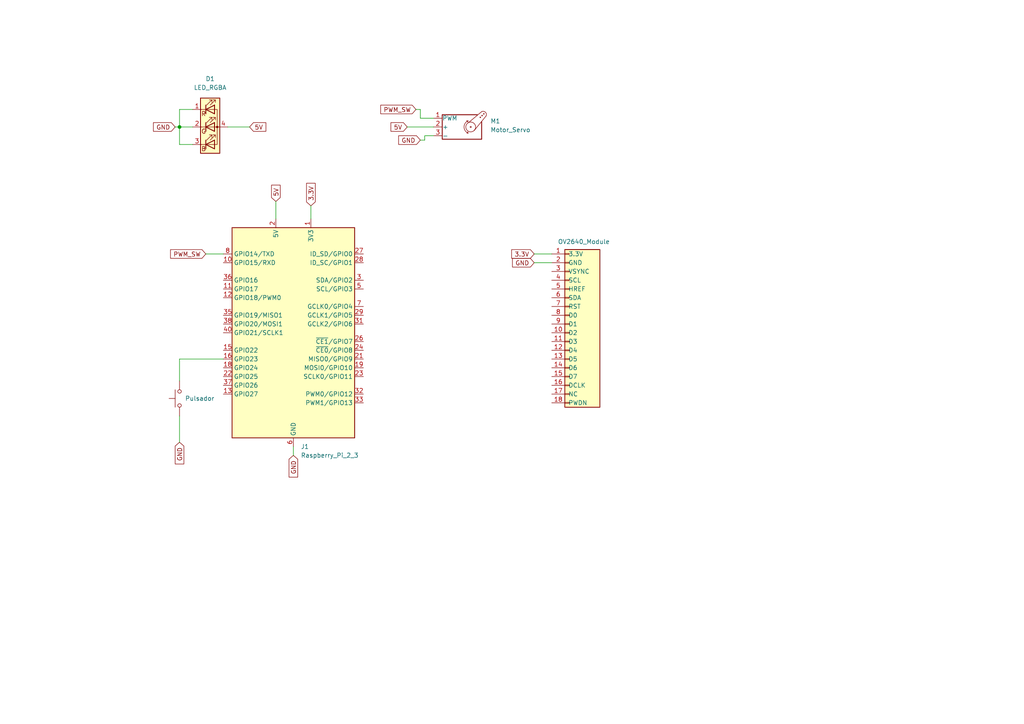
<source format=kicad_sch>
(kicad_sch
	(version 20250114)
	(generator "eeschema")
	(generator_version "9.0")
	(uuid "f517cd00-66fb-43a4-9808-843a5c91a430")
	(paper "A4")
	(lib_symbols
		(symbol "Connector:Raspberry_Pi_2_3"
			(exclude_from_sim no)
			(in_bom yes)
			(on_board yes)
			(property "Reference" "J"
				(at -17.78 31.75 0)
				(effects
					(font
						(size 1.27 1.27)
					)
					(justify left bottom)
				)
			)
			(property "Value" "Raspberry_Pi_2_3"
				(at 10.16 -31.75 0)
				(effects
					(font
						(size 1.27 1.27)
					)
					(justify left top)
				)
			)
			(property "Footprint" ""
				(at 0 0 0)
				(effects
					(font
						(size 1.27 1.27)
					)
					(hide yes)
				)
			)
			(property "Datasheet" "https://www.raspberrypi.org/documentation/hardware/raspberrypi/schematics/rpi_SCH_3bplus_1p0_reduced.pdf"
				(at 60.96 -44.45 0)
				(effects
					(font
						(size 1.27 1.27)
					)
					(hide yes)
				)
			)
			(property "Description" "expansion header for Raspberry Pi 2 & 3"
				(at 0 0 0)
				(effects
					(font
						(size 1.27 1.27)
					)
					(hide yes)
				)
			)
			(property "ki_keywords" "raspberrypi gpio"
				(at 0 0 0)
				(effects
					(font
						(size 1.27 1.27)
					)
					(hide yes)
				)
			)
			(property "ki_fp_filters" "PinHeader*2x20*P2.54mm*Vertical* PinSocket*2x20*P2.54mm*Vertical*"
				(at 0 0 0)
				(effects
					(font
						(size 1.27 1.27)
					)
					(hide yes)
				)
			)
			(symbol "Raspberry_Pi_2_3_0_1"
				(rectangle
					(start -17.78 30.48)
					(end 17.78 -30.48)
					(stroke
						(width 0.254)
						(type default)
					)
					(fill
						(type background)
					)
				)
			)
			(symbol "Raspberry_Pi_2_3_1_1"
				(pin bidirectional line
					(at -20.32 22.86 0)
					(length 2.54)
					(name "GPIO14/TXD"
						(effects
							(font
								(size 1.27 1.27)
							)
						)
					)
					(number "8"
						(effects
							(font
								(size 1.27 1.27)
							)
						)
					)
				)
				(pin bidirectional line
					(at -20.32 20.32 0)
					(length 2.54)
					(name "GPIO15/RXD"
						(effects
							(font
								(size 1.27 1.27)
							)
						)
					)
					(number "10"
						(effects
							(font
								(size 1.27 1.27)
							)
						)
					)
				)
				(pin bidirectional line
					(at -20.32 15.24 0)
					(length 2.54)
					(name "GPIO16"
						(effects
							(font
								(size 1.27 1.27)
							)
						)
					)
					(number "36"
						(effects
							(font
								(size 1.27 1.27)
							)
						)
					)
				)
				(pin bidirectional line
					(at -20.32 12.7 0)
					(length 2.54)
					(name "GPIO17"
						(effects
							(font
								(size 1.27 1.27)
							)
						)
					)
					(number "11"
						(effects
							(font
								(size 1.27 1.27)
							)
						)
					)
				)
				(pin bidirectional line
					(at -20.32 10.16 0)
					(length 2.54)
					(name "GPIO18/PWM0"
						(effects
							(font
								(size 1.27 1.27)
							)
						)
					)
					(number "12"
						(effects
							(font
								(size 1.27 1.27)
							)
						)
					)
				)
				(pin bidirectional line
					(at -20.32 5.08 0)
					(length 2.54)
					(name "GPIO19/MISO1"
						(effects
							(font
								(size 1.27 1.27)
							)
						)
					)
					(number "35"
						(effects
							(font
								(size 1.27 1.27)
							)
						)
					)
				)
				(pin bidirectional line
					(at -20.32 2.54 0)
					(length 2.54)
					(name "GPIO20/MOSI1"
						(effects
							(font
								(size 1.27 1.27)
							)
						)
					)
					(number "38"
						(effects
							(font
								(size 1.27 1.27)
							)
						)
					)
				)
				(pin bidirectional line
					(at -20.32 0 0)
					(length 2.54)
					(name "GPIO21/SCLK1"
						(effects
							(font
								(size 1.27 1.27)
							)
						)
					)
					(number "40"
						(effects
							(font
								(size 1.27 1.27)
							)
						)
					)
				)
				(pin bidirectional line
					(at -20.32 -5.08 0)
					(length 2.54)
					(name "GPIO22"
						(effects
							(font
								(size 1.27 1.27)
							)
						)
					)
					(number "15"
						(effects
							(font
								(size 1.27 1.27)
							)
						)
					)
				)
				(pin bidirectional line
					(at -20.32 -7.62 0)
					(length 2.54)
					(name "GPIO23"
						(effects
							(font
								(size 1.27 1.27)
							)
						)
					)
					(number "16"
						(effects
							(font
								(size 1.27 1.27)
							)
						)
					)
				)
				(pin bidirectional line
					(at -20.32 -10.16 0)
					(length 2.54)
					(name "GPIO24"
						(effects
							(font
								(size 1.27 1.27)
							)
						)
					)
					(number "18"
						(effects
							(font
								(size 1.27 1.27)
							)
						)
					)
				)
				(pin bidirectional line
					(at -20.32 -12.7 0)
					(length 2.54)
					(name "GPIO25"
						(effects
							(font
								(size 1.27 1.27)
							)
						)
					)
					(number "22"
						(effects
							(font
								(size 1.27 1.27)
							)
						)
					)
				)
				(pin bidirectional line
					(at -20.32 -15.24 0)
					(length 2.54)
					(name "GPIO26"
						(effects
							(font
								(size 1.27 1.27)
							)
						)
					)
					(number "37"
						(effects
							(font
								(size 1.27 1.27)
							)
						)
					)
				)
				(pin bidirectional line
					(at -20.32 -17.78 0)
					(length 2.54)
					(name "GPIO27"
						(effects
							(font
								(size 1.27 1.27)
							)
						)
					)
					(number "13"
						(effects
							(font
								(size 1.27 1.27)
							)
						)
					)
				)
				(pin power_in line
					(at -5.08 33.02 270)
					(length 2.54)
					(name "5V"
						(effects
							(font
								(size 1.27 1.27)
							)
						)
					)
					(number "2"
						(effects
							(font
								(size 1.27 1.27)
							)
						)
					)
				)
				(pin passive line
					(at -5.08 33.02 270)
					(length 2.54)
					(hide yes)
					(name "5V"
						(effects
							(font
								(size 1.27 1.27)
							)
						)
					)
					(number "4"
						(effects
							(font
								(size 1.27 1.27)
							)
						)
					)
				)
				(pin passive line
					(at 0 -33.02 90)
					(length 2.54)
					(hide yes)
					(name "GND"
						(effects
							(font
								(size 1.27 1.27)
							)
						)
					)
					(number "14"
						(effects
							(font
								(size 1.27 1.27)
							)
						)
					)
				)
				(pin passive line
					(at 0 -33.02 90)
					(length 2.54)
					(hide yes)
					(name "GND"
						(effects
							(font
								(size 1.27 1.27)
							)
						)
					)
					(number "20"
						(effects
							(font
								(size 1.27 1.27)
							)
						)
					)
				)
				(pin passive line
					(at 0 -33.02 90)
					(length 2.54)
					(hide yes)
					(name "GND"
						(effects
							(font
								(size 1.27 1.27)
							)
						)
					)
					(number "25"
						(effects
							(font
								(size 1.27 1.27)
							)
						)
					)
				)
				(pin passive line
					(at 0 -33.02 90)
					(length 2.54)
					(hide yes)
					(name "GND"
						(effects
							(font
								(size 1.27 1.27)
							)
						)
					)
					(number "30"
						(effects
							(font
								(size 1.27 1.27)
							)
						)
					)
				)
				(pin passive line
					(at 0 -33.02 90)
					(length 2.54)
					(hide yes)
					(name "GND"
						(effects
							(font
								(size 1.27 1.27)
							)
						)
					)
					(number "34"
						(effects
							(font
								(size 1.27 1.27)
							)
						)
					)
				)
				(pin passive line
					(at 0 -33.02 90)
					(length 2.54)
					(hide yes)
					(name "GND"
						(effects
							(font
								(size 1.27 1.27)
							)
						)
					)
					(number "39"
						(effects
							(font
								(size 1.27 1.27)
							)
						)
					)
				)
				(pin power_in line
					(at 0 -33.02 90)
					(length 2.54)
					(name "GND"
						(effects
							(font
								(size 1.27 1.27)
							)
						)
					)
					(number "6"
						(effects
							(font
								(size 1.27 1.27)
							)
						)
					)
				)
				(pin passive line
					(at 0 -33.02 90)
					(length 2.54)
					(hide yes)
					(name "GND"
						(effects
							(font
								(size 1.27 1.27)
							)
						)
					)
					(number "9"
						(effects
							(font
								(size 1.27 1.27)
							)
						)
					)
				)
				(pin power_in line
					(at 5.08 33.02 270)
					(length 2.54)
					(name "3V3"
						(effects
							(font
								(size 1.27 1.27)
							)
						)
					)
					(number "1"
						(effects
							(font
								(size 1.27 1.27)
							)
						)
					)
				)
				(pin passive line
					(at 5.08 33.02 270)
					(length 2.54)
					(hide yes)
					(name "3V3"
						(effects
							(font
								(size 1.27 1.27)
							)
						)
					)
					(number "17"
						(effects
							(font
								(size 1.27 1.27)
							)
						)
					)
				)
				(pin bidirectional line
					(at 20.32 22.86 180)
					(length 2.54)
					(name "ID_SD/GPIO0"
						(effects
							(font
								(size 1.27 1.27)
							)
						)
					)
					(number "27"
						(effects
							(font
								(size 1.27 1.27)
							)
						)
					)
				)
				(pin bidirectional line
					(at 20.32 20.32 180)
					(length 2.54)
					(name "ID_SC/GPIO1"
						(effects
							(font
								(size 1.27 1.27)
							)
						)
					)
					(number "28"
						(effects
							(font
								(size 1.27 1.27)
							)
						)
					)
				)
				(pin bidirectional line
					(at 20.32 15.24 180)
					(length 2.54)
					(name "SDA/GPIO2"
						(effects
							(font
								(size 1.27 1.27)
							)
						)
					)
					(number "3"
						(effects
							(font
								(size 1.27 1.27)
							)
						)
					)
				)
				(pin bidirectional line
					(at 20.32 12.7 180)
					(length 2.54)
					(name "SCL/GPIO3"
						(effects
							(font
								(size 1.27 1.27)
							)
						)
					)
					(number "5"
						(effects
							(font
								(size 1.27 1.27)
							)
						)
					)
				)
				(pin bidirectional line
					(at 20.32 7.62 180)
					(length 2.54)
					(name "GCLK0/GPIO4"
						(effects
							(font
								(size 1.27 1.27)
							)
						)
					)
					(number "7"
						(effects
							(font
								(size 1.27 1.27)
							)
						)
					)
				)
				(pin bidirectional line
					(at 20.32 5.08 180)
					(length 2.54)
					(name "GCLK1/GPIO5"
						(effects
							(font
								(size 1.27 1.27)
							)
						)
					)
					(number "29"
						(effects
							(font
								(size 1.27 1.27)
							)
						)
					)
				)
				(pin bidirectional line
					(at 20.32 2.54 180)
					(length 2.54)
					(name "GCLK2/GPIO6"
						(effects
							(font
								(size 1.27 1.27)
							)
						)
					)
					(number "31"
						(effects
							(font
								(size 1.27 1.27)
							)
						)
					)
				)
				(pin bidirectional line
					(at 20.32 -2.54 180)
					(length 2.54)
					(name "~{CE1}/GPIO7"
						(effects
							(font
								(size 1.27 1.27)
							)
						)
					)
					(number "26"
						(effects
							(font
								(size 1.27 1.27)
							)
						)
					)
				)
				(pin bidirectional line
					(at 20.32 -5.08 180)
					(length 2.54)
					(name "~{CE0}/GPIO8"
						(effects
							(font
								(size 1.27 1.27)
							)
						)
					)
					(number "24"
						(effects
							(font
								(size 1.27 1.27)
							)
						)
					)
				)
				(pin bidirectional line
					(at 20.32 -7.62 180)
					(length 2.54)
					(name "MISO0/GPIO9"
						(effects
							(font
								(size 1.27 1.27)
							)
						)
					)
					(number "21"
						(effects
							(font
								(size 1.27 1.27)
							)
						)
					)
				)
				(pin bidirectional line
					(at 20.32 -10.16 180)
					(length 2.54)
					(name "MOSI0/GPIO10"
						(effects
							(font
								(size 1.27 1.27)
							)
						)
					)
					(number "19"
						(effects
							(font
								(size 1.27 1.27)
							)
						)
					)
				)
				(pin bidirectional line
					(at 20.32 -12.7 180)
					(length 2.54)
					(name "SCLK0/GPIO11"
						(effects
							(font
								(size 1.27 1.27)
							)
						)
					)
					(number "23"
						(effects
							(font
								(size 1.27 1.27)
							)
						)
					)
				)
				(pin bidirectional line
					(at 20.32 -17.78 180)
					(length 2.54)
					(name "PWM0/GPIO12"
						(effects
							(font
								(size 1.27 1.27)
							)
						)
					)
					(number "32"
						(effects
							(font
								(size 1.27 1.27)
							)
						)
					)
				)
				(pin bidirectional line
					(at 20.32 -20.32 180)
					(length 2.54)
					(name "PWM1/GPIO13"
						(effects
							(font
								(size 1.27 1.27)
							)
						)
					)
					(number "33"
						(effects
							(font
								(size 1.27 1.27)
							)
						)
					)
				)
			)
			(embedded_fonts no)
		)
		(symbol "Connector_Generic:Conn_01x18"
			(pin_names
				(offset 1.016)
			)
			(exclude_from_sim no)
			(in_bom yes)
			(on_board yes)
			(property "Reference" "J3"
				(at 5.08 0 0)
				(effects
					(font
						(size 1.27 1.27)
					)
					(justify left)
					(hide yes)
				)
			)
			(property "Value" "OV2640_Module"
				(at -3.302 23.876 0)
				(effects
					(font
						(size 1.27 1.27)
					)
					(justify left)
				)
			)
			(property "Footprint" ""
				(at 0 0 0)
				(effects
					(font
						(size 1.27 1.27)
					)
					(hide yes)
				)
			)
			(property "Datasheet" "~"
				(at 0 0 0)
				(effects
					(font
						(size 1.27 1.27)
					)
					(hide yes)
				)
			)
			(property "Description" "Generic connector, single row, 01x18, script generated (kicad-library-utils/schlib/autogen/connector/)"
				(at 0 0 0)
				(effects
					(font
						(size 1.27 1.27)
					)
					(hide yes)
				)
			)
			(property "ki_keywords" "connector"
				(at 0 0 0)
				(effects
					(font
						(size 1.27 1.27)
					)
					(hide yes)
				)
			)
			(property "ki_fp_filters" "Connector*:*_1x??_*"
				(at 0 0 0)
				(effects
					(font
						(size 1.27 1.27)
					)
					(hide yes)
				)
			)
			(symbol "Conn_01x18_1_1"
				(rectangle
					(start -1.27 21.59)
					(end 8.89 -24.13)
					(stroke
						(width 0.254)
						(type default)
					)
					(fill
						(type background)
					)
				)
				(rectangle
					(start -1.27 20.447)
					(end 0 20.193)
					(stroke
						(width 0.1524)
						(type default)
					)
					(fill
						(type none)
					)
				)
				(rectangle
					(start -1.27 17.907)
					(end 0 17.653)
					(stroke
						(width 0.1524)
						(type default)
					)
					(fill
						(type none)
					)
				)
				(rectangle
					(start -1.27 15.367)
					(end 0 15.113)
					(stroke
						(width 0.1524)
						(type default)
					)
					(fill
						(type none)
					)
				)
				(rectangle
					(start -1.27 12.827)
					(end 0 12.573)
					(stroke
						(width 0.1524)
						(type default)
					)
					(fill
						(type none)
					)
				)
				(rectangle
					(start -1.27 10.287)
					(end 0 10.033)
					(stroke
						(width 0.1524)
						(type default)
					)
					(fill
						(type none)
					)
				)
				(rectangle
					(start -1.27 7.747)
					(end 0 7.493)
					(stroke
						(width 0.1524)
						(type default)
					)
					(fill
						(type none)
					)
				)
				(rectangle
					(start -1.27 5.207)
					(end 0 4.953)
					(stroke
						(width 0.1524)
						(type default)
					)
					(fill
						(type none)
					)
				)
				(rectangle
					(start -1.27 2.667)
					(end 0 2.413)
					(stroke
						(width 0.1524)
						(type default)
					)
					(fill
						(type none)
					)
				)
				(rectangle
					(start -1.27 0.127)
					(end 0 -0.127)
					(stroke
						(width 0.1524)
						(type default)
					)
					(fill
						(type none)
					)
				)
				(rectangle
					(start -1.27 -2.413)
					(end 0 -2.667)
					(stroke
						(width 0.1524)
						(type default)
					)
					(fill
						(type none)
					)
				)
				(rectangle
					(start -1.27 -4.953)
					(end 0 -5.207)
					(stroke
						(width 0.1524)
						(type default)
					)
					(fill
						(type none)
					)
				)
				(rectangle
					(start -1.27 -7.493)
					(end 0 -7.747)
					(stroke
						(width 0.1524)
						(type default)
					)
					(fill
						(type none)
					)
				)
				(rectangle
					(start -1.27 -10.033)
					(end 0 -10.287)
					(stroke
						(width 0.1524)
						(type default)
					)
					(fill
						(type none)
					)
				)
				(rectangle
					(start -1.27 -12.573)
					(end 0 -12.827)
					(stroke
						(width 0.1524)
						(type default)
					)
					(fill
						(type none)
					)
				)
				(rectangle
					(start -1.27 -15.113)
					(end 0 -15.367)
					(stroke
						(width 0.1524)
						(type default)
					)
					(fill
						(type none)
					)
				)
				(rectangle
					(start -1.27 -17.653)
					(end 0 -17.907)
					(stroke
						(width 0.1524)
						(type default)
					)
					(fill
						(type none)
					)
				)
				(rectangle
					(start -1.27 -20.193)
					(end 0 -20.447)
					(stroke
						(width 0.1524)
						(type default)
					)
					(fill
						(type none)
					)
				)
				(rectangle
					(start -1.27 -22.733)
					(end 0 -22.987)
					(stroke
						(width 0.1524)
						(type default)
					)
					(fill
						(type none)
					)
				)
				(pin power_out line
					(at -5.08 20.32 0)
					(length 3.81)
					(name "3.3V"
						(effects
							(font
								(size 1.27 1.27)
							)
						)
					)
					(number "1"
						(effects
							(font
								(size 1.27 1.27)
							)
						)
					)
				)
				(pin passive line
					(at -5.08 17.78 0)
					(length 3.81)
					(name "GND"
						(effects
							(font
								(size 1.27 1.27)
							)
						)
					)
					(number "2"
						(effects
							(font
								(size 1.27 1.27)
							)
						)
					)
				)
				(pin passive line
					(at -5.08 15.24 0)
					(length 3.81)
					(name "VSYNC"
						(effects
							(font
								(size 1.27 1.27)
							)
						)
					)
					(number "3"
						(effects
							(font
								(size 1.27 1.27)
							)
						)
					)
				)
				(pin passive line
					(at -5.08 12.7 0)
					(length 3.81)
					(name "SCL"
						(effects
							(font
								(size 1.27 1.27)
							)
						)
					)
					(number "4"
						(effects
							(font
								(size 1.27 1.27)
							)
						)
					)
				)
				(pin passive line
					(at -5.08 10.16 0)
					(length 3.81)
					(name "HREF"
						(effects
							(font
								(size 1.27 1.27)
							)
						)
					)
					(number "5"
						(effects
							(font
								(size 1.27 1.27)
							)
						)
					)
				)
				(pin passive line
					(at -5.08 7.62 0)
					(length 3.81)
					(name "SDA"
						(effects
							(font
								(size 1.27 1.27)
							)
						)
					)
					(number "6"
						(effects
							(font
								(size 1.27 1.27)
							)
						)
					)
				)
				(pin passive line
					(at -5.08 5.08 0)
					(length 3.81)
					(name "RST"
						(effects
							(font
								(size 1.27 1.27)
							)
						)
					)
					(number "7"
						(effects
							(font
								(size 1.27 1.27)
							)
						)
					)
				)
				(pin passive line
					(at -5.08 2.54 0)
					(length 3.81)
					(name "D0"
						(effects
							(font
								(size 1.27 1.27)
							)
						)
					)
					(number "8"
						(effects
							(font
								(size 1.27 1.27)
							)
						)
					)
				)
				(pin passive line
					(at -5.08 0 0)
					(length 3.81)
					(name "D1"
						(effects
							(font
								(size 1.27 1.27)
							)
						)
					)
					(number "9"
						(effects
							(font
								(size 1.27 1.27)
							)
						)
					)
				)
				(pin passive line
					(at -5.08 -2.54 0)
					(length 3.81)
					(name "D2"
						(effects
							(font
								(size 1.27 1.27)
							)
						)
					)
					(number "10"
						(effects
							(font
								(size 1.27 1.27)
							)
						)
					)
				)
				(pin passive line
					(at -5.08 -5.08 0)
					(length 3.81)
					(name "D3"
						(effects
							(font
								(size 1.27 1.27)
							)
						)
					)
					(number "11"
						(effects
							(font
								(size 1.27 1.27)
							)
						)
					)
				)
				(pin passive line
					(at -5.08 -7.62 0)
					(length 3.81)
					(name "D4"
						(effects
							(font
								(size 1.27 1.27)
							)
						)
					)
					(number "12"
						(effects
							(font
								(size 1.27 1.27)
							)
						)
					)
				)
				(pin passive line
					(at -5.08 -10.16 0)
					(length 3.81)
					(name "D5"
						(effects
							(font
								(size 1.27 1.27)
							)
						)
					)
					(number "13"
						(effects
							(font
								(size 1.27 1.27)
							)
						)
					)
				)
				(pin passive line
					(at -5.08 -12.7 0)
					(length 3.81)
					(name "D6"
						(effects
							(font
								(size 1.27 1.27)
							)
						)
					)
					(number "14"
						(effects
							(font
								(size 1.27 1.27)
							)
						)
					)
				)
				(pin passive line
					(at -5.08 -15.24 0)
					(length 3.81)
					(name "D7"
						(effects
							(font
								(size 1.27 1.27)
							)
						)
					)
					(number "15"
						(effects
							(font
								(size 1.27 1.27)
							)
						)
					)
				)
				(pin passive line
					(at -5.08 -17.78 0)
					(length 3.81)
					(name "DCLK"
						(effects
							(font
								(size 1.27 1.27)
							)
						)
					)
					(number "16"
						(effects
							(font
								(size 1.27 1.27)
							)
						)
					)
				)
				(pin passive line
					(at -5.08 -20.32 0)
					(length 3.81)
					(name "NC"
						(effects
							(font
								(size 1.27 1.27)
							)
						)
					)
					(number "17"
						(effects
							(font
								(size 1.27 1.27)
							)
						)
					)
				)
				(pin passive line
					(at -5.08 -22.86 0)
					(length 3.81)
					(name "PWDN"
						(effects
							(font
								(size 1.27 1.27)
							)
						)
					)
					(number "18"
						(effects
							(font
								(size 1.27 1.27)
							)
						)
					)
				)
			)
			(embedded_fonts no)
		)
		(symbol "Device:LED_RGBA"
			(pin_names
				(offset 0)
				(hide yes)
			)
			(exclude_from_sim no)
			(in_bom yes)
			(on_board yes)
			(property "Reference" "D"
				(at 0 9.398 0)
				(effects
					(font
						(size 1.27 1.27)
					)
				)
			)
			(property "Value" "LED_RGBA"
				(at 0 -8.89 0)
				(effects
					(font
						(size 1.27 1.27)
					)
				)
			)
			(property "Footprint" ""
				(at 0 -1.27 0)
				(effects
					(font
						(size 1.27 1.27)
					)
					(hide yes)
				)
			)
			(property "Datasheet" "~"
				(at 0 -1.27 0)
				(effects
					(font
						(size 1.27 1.27)
					)
					(hide yes)
				)
			)
			(property "Description" "RGB LED, red/green/blue/anode"
				(at 0 0 0)
				(effects
					(font
						(size 1.27 1.27)
					)
					(hide yes)
				)
			)
			(property "ki_keywords" "LED RGB diode"
				(at 0 0 0)
				(effects
					(font
						(size 1.27 1.27)
					)
					(hide yes)
				)
			)
			(property "ki_fp_filters" "LED* LED_SMD:* LED_THT:*"
				(at 0 0 0)
				(effects
					(font
						(size 1.27 1.27)
					)
					(hide yes)
				)
			)
			(symbol "LED_RGBA_0_0"
				(text "R"
					(at -1.905 3.81 0)
					(effects
						(font
							(size 1.27 1.27)
						)
					)
				)
				(text "G"
					(at -1.905 -1.27 0)
					(effects
						(font
							(size 1.27 1.27)
						)
					)
				)
				(text "B"
					(at -1.905 -6.35 0)
					(effects
						(font
							(size 1.27 1.27)
						)
					)
				)
			)
			(symbol "LED_RGBA_0_1"
				(polyline
					(pts
						(xy -1.27 6.35) (xy -1.27 3.81)
					)
					(stroke
						(width 0.254)
						(type default)
					)
					(fill
						(type none)
					)
				)
				(polyline
					(pts
						(xy -1.27 6.35) (xy -1.27 3.81) (xy -1.27 3.81)
					)
					(stroke
						(width 0)
						(type default)
					)
					(fill
						(type none)
					)
				)
				(polyline
					(pts
						(xy -1.27 5.08) (xy -2.54 5.08)
					)
					(stroke
						(width 0)
						(type default)
					)
					(fill
						(type none)
					)
				)
				(polyline
					(pts
						(xy -1.27 5.08) (xy 1.27 5.08)
					)
					(stroke
						(width 0)
						(type default)
					)
					(fill
						(type none)
					)
				)
				(polyline
					(pts
						(xy -1.27 1.27) (xy -1.27 -1.27)
					)
					(stroke
						(width 0.254)
						(type default)
					)
					(fill
						(type none)
					)
				)
				(polyline
					(pts
						(xy -1.27 1.27) (xy -1.27 -1.27) (xy -1.27 -1.27)
					)
					(stroke
						(width 0)
						(type default)
					)
					(fill
						(type none)
					)
				)
				(polyline
					(pts
						(xy -1.27 0) (xy -2.54 0)
					)
					(stroke
						(width 0)
						(type default)
					)
					(fill
						(type none)
					)
				)
				(polyline
					(pts
						(xy -1.27 -3.81) (xy -1.27 -6.35)
					)
					(stroke
						(width 0.254)
						(type default)
					)
					(fill
						(type none)
					)
				)
				(polyline
					(pts
						(xy -1.27 -5.08) (xy -2.54 -5.08)
					)
					(stroke
						(width 0)
						(type default)
					)
					(fill
						(type none)
					)
				)
				(polyline
					(pts
						(xy -1.27 -5.08) (xy 1.27 -5.08)
					)
					(stroke
						(width 0)
						(type default)
					)
					(fill
						(type none)
					)
				)
				(polyline
					(pts
						(xy -1.016 6.35) (xy 0.508 7.874) (xy -0.254 7.874) (xy 0.508 7.874) (xy 0.508 7.112)
					)
					(stroke
						(width 0)
						(type default)
					)
					(fill
						(type none)
					)
				)
				(polyline
					(pts
						(xy -1.016 1.27) (xy 0.508 2.794) (xy -0.254 2.794) (xy 0.508 2.794) (xy 0.508 2.032)
					)
					(stroke
						(width 0)
						(type default)
					)
					(fill
						(type none)
					)
				)
				(polyline
					(pts
						(xy -1.016 -3.81) (xy 0.508 -2.286) (xy -0.254 -2.286) (xy 0.508 -2.286) (xy 0.508 -3.048)
					)
					(stroke
						(width 0)
						(type default)
					)
					(fill
						(type none)
					)
				)
				(polyline
					(pts
						(xy 0 6.35) (xy 1.524 7.874) (xy 0.762 7.874) (xy 1.524 7.874) (xy 1.524 7.112)
					)
					(stroke
						(width 0)
						(type default)
					)
					(fill
						(type none)
					)
				)
				(polyline
					(pts
						(xy 0 1.27) (xy 1.524 2.794) (xy 0.762 2.794) (xy 1.524 2.794) (xy 1.524 2.032)
					)
					(stroke
						(width 0)
						(type default)
					)
					(fill
						(type none)
					)
				)
				(polyline
					(pts
						(xy 0 -3.81) (xy 1.524 -2.286) (xy 0.762 -2.286) (xy 1.524 -2.286) (xy 1.524 -3.048)
					)
					(stroke
						(width 0)
						(type default)
					)
					(fill
						(type none)
					)
				)
				(polyline
					(pts
						(xy 1.27 6.35) (xy 1.27 3.81) (xy -1.27 5.08) (xy 1.27 6.35)
					)
					(stroke
						(width 0.254)
						(type default)
					)
					(fill
						(type none)
					)
				)
				(rectangle
					(start 1.27 6.35)
					(end 1.27 6.35)
					(stroke
						(width 0)
						(type default)
					)
					(fill
						(type none)
					)
				)
				(rectangle
					(start 1.27 3.81)
					(end 1.27 6.35)
					(stroke
						(width 0)
						(type default)
					)
					(fill
						(type none)
					)
				)
				(polyline
					(pts
						(xy 1.27 1.27) (xy 1.27 -1.27) (xy -1.27 0) (xy 1.27 1.27)
					)
					(stroke
						(width 0.254)
						(type default)
					)
					(fill
						(type none)
					)
				)
				(rectangle
					(start 1.27 1.27)
					(end 1.27 1.27)
					(stroke
						(width 0)
						(type default)
					)
					(fill
						(type none)
					)
				)
				(polyline
					(pts
						(xy 1.27 0) (xy -1.27 0)
					)
					(stroke
						(width 0)
						(type default)
					)
					(fill
						(type none)
					)
				)
				(polyline
					(pts
						(xy 1.27 0) (xy 2.54 0)
					)
					(stroke
						(width 0)
						(type default)
					)
					(fill
						(type none)
					)
				)
				(rectangle
					(start 1.27 -1.27)
					(end 1.27 1.27)
					(stroke
						(width 0)
						(type default)
					)
					(fill
						(type none)
					)
				)
				(polyline
					(pts
						(xy 1.27 -3.81) (xy 1.27 -6.35) (xy -1.27 -5.08) (xy 1.27 -3.81)
					)
					(stroke
						(width 0.254)
						(type default)
					)
					(fill
						(type none)
					)
				)
				(polyline
					(pts
						(xy 1.27 -5.08) (xy 2.032 -5.08) (xy 2.032 5.08) (xy 1.27 5.08)
					)
					(stroke
						(width 0)
						(type default)
					)
					(fill
						(type none)
					)
				)
				(circle
					(center 2.032 0)
					(radius 0.254)
					(stroke
						(width 0)
						(type default)
					)
					(fill
						(type outline)
					)
				)
				(rectangle
					(start 2.794 8.382)
					(end -2.794 -7.62)
					(stroke
						(width 0.254)
						(type default)
					)
					(fill
						(type background)
					)
				)
			)
			(symbol "LED_RGBA_1_1"
				(pin passive line
					(at -5.08 5.08 0)
					(length 2.54)
					(name "RK"
						(effects
							(font
								(size 1.27 1.27)
							)
						)
					)
					(number "1"
						(effects
							(font
								(size 1.27 1.27)
							)
						)
					)
				)
				(pin passive line
					(at -5.08 0 0)
					(length 2.54)
					(name "GK"
						(effects
							(font
								(size 1.27 1.27)
							)
						)
					)
					(number "2"
						(effects
							(font
								(size 1.27 1.27)
							)
						)
					)
				)
				(pin passive line
					(at -5.08 -5.08 0)
					(length 2.54)
					(name "BK"
						(effects
							(font
								(size 1.27 1.27)
							)
						)
					)
					(number "3"
						(effects
							(font
								(size 1.27 1.27)
							)
						)
					)
				)
				(pin passive line
					(at 5.08 0 180)
					(length 2.54)
					(name "A"
						(effects
							(font
								(size 1.27 1.27)
							)
						)
					)
					(number "4"
						(effects
							(font
								(size 1.27 1.27)
							)
						)
					)
				)
			)
			(embedded_fonts no)
		)
		(symbol "Motor:Motor_Servo"
			(pin_names
				(offset 0.0254)
			)
			(exclude_from_sim no)
			(in_bom yes)
			(on_board yes)
			(property "Reference" "M"
				(at -5.08 4.445 0)
				(effects
					(font
						(size 1.27 1.27)
					)
					(justify left)
				)
			)
			(property "Value" "Motor_Servo"
				(at -5.08 -4.064 0)
				(effects
					(font
						(size 1.27 1.27)
					)
					(justify left top)
				)
			)
			(property "Footprint" ""
				(at 0 -4.826 0)
				(effects
					(font
						(size 1.27 1.27)
					)
					(hide yes)
				)
			)
			(property "Datasheet" "http://forums.parallax.com/uploads/attachments/46831/74481.png"
				(at 0 -4.826 0)
				(effects
					(font
						(size 1.27 1.27)
					)
					(hide yes)
				)
			)
			(property "Description" "Servo Motor (Futaba, HiTec, JR connector)"
				(at 0 0 0)
				(effects
					(font
						(size 1.27 1.27)
					)
					(hide yes)
				)
			)
			(property "ki_keywords" "Servo Motor"
				(at 0 0 0)
				(effects
					(font
						(size 1.27 1.27)
					)
					(hide yes)
				)
			)
			(property "ki_fp_filters" "PinHeader*P2.54mm*"
				(at 0 0 0)
				(effects
					(font
						(size 1.27 1.27)
					)
					(hide yes)
				)
			)
			(symbol "Motor_Servo_0_1"
				(polyline
					(pts
						(xy 2.413 1.778) (xy 1.905 1.778)
					)
					(stroke
						(width 0)
						(type default)
					)
					(fill
						(type none)
					)
				)
				(polyline
					(pts
						(xy 2.413 1.778) (xy 2.286 1.397)
					)
					(stroke
						(width 0)
						(type default)
					)
					(fill
						(type none)
					)
				)
				(polyline
					(pts
						(xy 2.413 -1.778) (xy 2.032 -1.778)
					)
					(stroke
						(width 0)
						(type default)
					)
					(fill
						(type none)
					)
				)
				(polyline
					(pts
						(xy 2.413 -1.778) (xy 2.286 -1.397)
					)
					(stroke
						(width 0)
						(type default)
					)
					(fill
						(type none)
					)
				)
				(arc
					(start 2.413 -1.778)
					(mid 1.2406 0)
					(end 2.413 1.778)
					(stroke
						(width 0)
						(type default)
					)
					(fill
						(type none)
					)
				)
				(circle
					(center 3.175 0)
					(radius 0.1778)
					(stroke
						(width 0)
						(type default)
					)
					(fill
						(type none)
					)
				)
				(circle
					(center 3.175 0)
					(radius 1.4224)
					(stroke
						(width 0)
						(type default)
					)
					(fill
						(type none)
					)
				)
				(polyline
					(pts
						(xy 5.08 3.556) (xy -5.08 3.556) (xy -5.08 -3.556) (xy 6.35 -3.556) (xy 6.35 1.524)
					)
					(stroke
						(width 0.254)
						(type default)
					)
					(fill
						(type none)
					)
				)
				(circle
					(center 5.969 2.794)
					(radius 0.127)
					(stroke
						(width 0)
						(type default)
					)
					(fill
						(type none)
					)
				)
				(polyline
					(pts
						(xy 6.35 4.445) (xy 2.54 1.27)
					)
					(stroke
						(width 0)
						(type default)
					)
					(fill
						(type none)
					)
				)
				(circle
					(center 6.477 3.302)
					(radius 0.127)
					(stroke
						(width 0)
						(type default)
					)
					(fill
						(type none)
					)
				)
				(arc
					(start 6.35 4.445)
					(mid 7.4487 4.2737)
					(end 7.62 3.175)
					(stroke
						(width 0)
						(type default)
					)
					(fill
						(type none)
					)
				)
				(circle
					(center 6.985 3.81)
					(radius 0.127)
					(stroke
						(width 0)
						(type default)
					)
					(fill
						(type none)
					)
				)
				(polyline
					(pts
						(xy 7.62 3.175) (xy 4.191 -1.016)
					)
					(stroke
						(width 0)
						(type default)
					)
					(fill
						(type none)
					)
				)
			)
			(symbol "Motor_Servo_1_1"
				(pin passive line
					(at -7.62 2.54 0)
					(length 2.54)
					(name "PWM"
						(effects
							(font
								(size 1.27 1.27)
							)
						)
					)
					(number "1"
						(effects
							(font
								(size 1.27 1.27)
							)
						)
					)
				)
				(pin passive line
					(at -7.62 0 0)
					(length 2.54)
					(name "+"
						(effects
							(font
								(size 1.27 1.27)
							)
						)
					)
					(number "2"
						(effects
							(font
								(size 1.27 1.27)
							)
						)
					)
				)
				(pin passive line
					(at -7.62 -2.54 0)
					(length 2.54)
					(name "-"
						(effects
							(font
								(size 1.27 1.27)
							)
						)
					)
					(number "3"
						(effects
							(font
								(size 1.27 1.27)
							)
						)
					)
				)
			)
			(embedded_fonts no)
		)
		(symbol "Switch:SW_MEC_5G"
			(pin_numbers
				(hide yes)
			)
			(pin_names
				(offset 1.016)
				(hide yes)
			)
			(exclude_from_sim no)
			(in_bom yes)
			(on_board yes)
			(property "Reference" "SW"
				(at 1.27 2.54 0)
				(effects
					(font
						(size 1.27 1.27)
					)
					(justify left)
				)
			)
			(property "Value" "SW_MEC_5G"
				(at 0 -1.524 0)
				(effects
					(font
						(size 1.27 1.27)
					)
				)
			)
			(property "Footprint" ""
				(at 0 5.08 0)
				(effects
					(font
						(size 1.27 1.27)
					)
					(hide yes)
				)
			)
			(property "Datasheet" "http://www.apem.com/int/index.php?controller=attachment&id_attachment=488"
				(at 0 5.08 0)
				(effects
					(font
						(size 1.27 1.27)
					)
					(hide yes)
				)
			)
			(property "Description" "MEC 5G single pole normally-open tactile switch"
				(at 0 0 0)
				(effects
					(font
						(size 1.27 1.27)
					)
					(hide yes)
				)
			)
			(property "ki_keywords" "switch normally-open pushbutton push-button"
				(at 0 0 0)
				(effects
					(font
						(size 1.27 1.27)
					)
					(hide yes)
				)
			)
			(property "ki_fp_filters" "SW*MEC*5G*"
				(at 0 0 0)
				(effects
					(font
						(size 1.27 1.27)
					)
					(hide yes)
				)
			)
			(symbol "SW_MEC_5G_0_1"
				(circle
					(center -2.032 0)
					(radius 0.508)
					(stroke
						(width 0)
						(type default)
					)
					(fill
						(type none)
					)
				)
				(polyline
					(pts
						(xy 0 1.27) (xy 0 3.048)
					)
					(stroke
						(width 0)
						(type default)
					)
					(fill
						(type none)
					)
				)
				(circle
					(center 2.032 0)
					(radius 0.508)
					(stroke
						(width 0)
						(type default)
					)
					(fill
						(type none)
					)
				)
				(polyline
					(pts
						(xy 2.54 1.27) (xy -2.54 1.27)
					)
					(stroke
						(width 0)
						(type default)
					)
					(fill
						(type none)
					)
				)
				(pin passive line
					(at -5.08 0 0)
					(length 2.54)
					(name "A"
						(effects
							(font
								(size 1.27 1.27)
							)
						)
					)
					(number "1"
						(effects
							(font
								(size 1.27 1.27)
							)
						)
					)
				)
				(pin passive line
					(at 5.08 0 180)
					(length 2.54)
					(name "B"
						(effects
							(font
								(size 1.27 1.27)
							)
						)
					)
					(number "3"
						(effects
							(font
								(size 1.27 1.27)
							)
						)
					)
				)
			)
			(symbol "SW_MEC_5G_1_1"
				(pin passive line
					(at -5.08 0 0)
					(length 2.54)
					(hide yes)
					(name "A"
						(effects
							(font
								(size 1.27 1.27)
							)
						)
					)
					(number "2"
						(effects
							(font
								(size 1.27 1.27)
							)
						)
					)
				)
				(pin passive line
					(at 5.08 0 180)
					(length 2.54)
					(hide yes)
					(name "B"
						(effects
							(font
								(size 1.27 1.27)
							)
						)
					)
					(number "4"
						(effects
							(font
								(size 1.27 1.27)
							)
						)
					)
				)
			)
			(embedded_fonts no)
		)
	)
	(junction
		(at 52.07 36.83)
		(diameter 0)
		(color 0 0 0 0)
		(uuid "efb15572-402a-44b4-9ece-9ee005039bfd")
	)
	(wire
		(pts
			(xy 52.07 36.83) (xy 52.07 41.91)
		)
		(stroke
			(width 0)
			(type default)
		)
		(uuid "0400719b-a18a-45de-878c-ea6c163a2f04")
	)
	(wire
		(pts
			(xy 52.07 104.14) (xy 64.77 104.14)
		)
		(stroke
			(width 0)
			(type default)
		)
		(uuid "08a18270-4ce3-4dca-a70b-606054233d4b")
	)
	(wire
		(pts
			(xy 121.92 31.75) (xy 120.65 31.75)
		)
		(stroke
			(width 0)
			(type default)
		)
		(uuid "0cb9d56c-d69f-45ea-a6f1-a5cd5bfd3901")
	)
	(wire
		(pts
			(xy 50.8 36.83) (xy 52.07 36.83)
		)
		(stroke
			(width 0)
			(type default)
		)
		(uuid "0f49a41b-dbbd-443c-804f-64213472b33c")
	)
	(wire
		(pts
			(xy 52.07 120.65) (xy 52.07 128.27)
		)
		(stroke
			(width 0)
			(type default)
		)
		(uuid "1101ed9c-76fc-46b9-90d9-12219e9d8566")
	)
	(wire
		(pts
			(xy 125.73 34.29) (xy 121.92 34.29)
		)
		(stroke
			(width 0)
			(type default)
		)
		(uuid "17e66a0b-40d7-4599-ac00-e054bfb579b8")
	)
	(wire
		(pts
			(xy 55.88 31.75) (xy 52.07 31.75)
		)
		(stroke
			(width 0)
			(type default)
		)
		(uuid "2af65036-f5a9-4ec9-a18f-5e8dbbc468fe")
	)
	(wire
		(pts
			(xy 123.19 39.37) (xy 123.19 40.64)
		)
		(stroke
			(width 0)
			(type default)
		)
		(uuid "31cef42e-31f8-46c0-b9eb-45823aba5390")
	)
	(wire
		(pts
			(xy 55.88 41.91) (xy 52.07 41.91)
		)
		(stroke
			(width 0)
			(type default)
		)
		(uuid "31dcab46-135b-44aa-83ce-c35344cf6060")
	)
	(wire
		(pts
			(xy 154.94 73.66) (xy 160.02 73.66)
		)
		(stroke
			(width 0)
			(type default)
		)
		(uuid "44320358-694f-43a1-835a-ccbe0122474d")
	)
	(wire
		(pts
			(xy 80.01 58.42) (xy 80.01 63.5)
		)
		(stroke
			(width 0)
			(type default)
		)
		(uuid "496f1070-1918-475d-9215-7c0af44ec68f")
	)
	(wire
		(pts
			(xy 52.07 104.14) (xy 52.07 110.49)
		)
		(stroke
			(width 0)
			(type default)
		)
		(uuid "54e86cab-99f7-4cf9-a885-bf140bee91ce")
	)
	(wire
		(pts
			(xy 118.11 36.83) (xy 125.73 36.83)
		)
		(stroke
			(width 0)
			(type default)
		)
		(uuid "628ab4d1-3417-4d14-b351-d09c8828f045")
	)
	(wire
		(pts
			(xy 85.09 129.54) (xy 85.09 132.08)
		)
		(stroke
			(width 0)
			(type default)
		)
		(uuid "7e48292f-0b55-4ea8-9217-ecf066352fe8")
	)
	(wire
		(pts
			(xy 59.69 73.66) (xy 64.77 73.66)
		)
		(stroke
			(width 0)
			(type default)
		)
		(uuid "82992a16-80fb-4110-81c5-2bd8a5adbff9")
	)
	(wire
		(pts
			(xy 90.17 59.69) (xy 90.17 63.5)
		)
		(stroke
			(width 0)
			(type default)
		)
		(uuid "882e39bf-6ebe-4feb-be21-9bf6e4b0850e")
	)
	(wire
		(pts
			(xy 154.94 76.2) (xy 160.02 76.2)
		)
		(stroke
			(width 0)
			(type default)
		)
		(uuid "a07c742f-b769-4779-aa91-74e988c99dec")
	)
	(wire
		(pts
			(xy 121.92 31.75) (xy 121.92 34.29)
		)
		(stroke
			(width 0)
			(type default)
		)
		(uuid "b700529b-cbb0-4de9-b642-74f5f0ac128f")
	)
	(wire
		(pts
			(xy 52.07 31.75) (xy 52.07 36.83)
		)
		(stroke
			(width 0)
			(type default)
		)
		(uuid "b730767a-2789-40bf-b19a-611b83d38869")
	)
	(wire
		(pts
			(xy 52.07 36.83) (xy 55.88 36.83)
		)
		(stroke
			(width 0)
			(type default)
		)
		(uuid "bad9b3de-932e-4142-953d-db80788b0ee4")
	)
	(wire
		(pts
			(xy 123.19 40.64) (xy 121.92 40.64)
		)
		(stroke
			(width 0)
			(type default)
		)
		(uuid "c5928635-68cf-480d-886a-5dbc984cb086")
	)
	(wire
		(pts
			(xy 125.73 39.37) (xy 123.19 39.37)
		)
		(stroke
			(width 0)
			(type default)
		)
		(uuid "d28aa3d3-9d14-4969-a3fa-d6435f8f1b40")
	)
	(wire
		(pts
			(xy 66.04 36.83) (xy 72.39 36.83)
		)
		(stroke
			(width 0)
			(type default)
		)
		(uuid "f0ae1f17-a2d1-4f7a-956b-d6a662b47371")
	)
	(global_label "GND"
		(shape input)
		(at 154.94 76.2 180)
		(fields_autoplaced yes)
		(effects
			(font
				(size 1.27 1.27)
			)
			(justify right)
		)
		(uuid "11f5e5a4-0f12-4eab-a78d-b9b52161a032")
		(property "Intersheetrefs" "${INTERSHEET_REFS}"
			(at 148.0843 76.2 0)
			(effects
				(font
					(size 1.27 1.27)
				)
				(justify right)
				(hide yes)
			)
		)
	)
	(global_label "3.3V"
		(shape input)
		(at 154.94 73.66 180)
		(fields_autoplaced yes)
		(effects
			(font
				(size 1.27 1.27)
			)
			(justify right)
		)
		(uuid "138c81f3-0a1a-467e-9aec-0c4cd04b0199")
		(property "Intersheetrefs" "${INTERSHEET_REFS}"
			(at 147.8424 73.66 0)
			(effects
				(font
					(size 1.27 1.27)
				)
				(justify right)
				(hide yes)
			)
		)
	)
	(global_label "GND"
		(shape input)
		(at 85.09 132.08 270)
		(fields_autoplaced yes)
		(effects
			(font
				(size 1.27 1.27)
			)
			(justify right)
		)
		(uuid "1678bea4-98c5-4d87-9c59-7c0d2dae7946")
		(property "Intersheetrefs" "${INTERSHEET_REFS}"
			(at 85.09 138.9357 90)
			(effects
				(font
					(size 1.27 1.27)
				)
				(justify right)
				(hide yes)
			)
		)
	)
	(global_label "PWM_SW"
		(shape input)
		(at 59.69 73.66 180)
		(fields_autoplaced yes)
		(effects
			(font
				(size 1.27 1.27)
			)
			(justify right)
		)
		(uuid "3bdeee30-3378-4d26-95e5-7bcaefce180f")
		(property "Intersheetrefs" "${INTERSHEET_REFS}"
			(at 48.9035 73.66 0)
			(effects
				(font
					(size 1.27 1.27)
				)
				(justify right)
				(hide yes)
			)
		)
	)
	(global_label "5V"
		(shape input)
		(at 72.39 36.83 0)
		(fields_autoplaced yes)
		(effects
			(font
				(size 1.27 1.27)
			)
			(justify left)
		)
		(uuid "5198ecdc-82a5-4833-a803-922fec279078")
		(property "Intersheetrefs" "${INTERSHEET_REFS}"
			(at 77.6733 36.83 0)
			(effects
				(font
					(size 1.27 1.27)
				)
				(justify left)
				(hide yes)
			)
		)
	)
	(global_label "GND"
		(shape input)
		(at 52.07 128.27 270)
		(fields_autoplaced yes)
		(effects
			(font
				(size 1.27 1.27)
			)
			(justify right)
		)
		(uuid "6ff6ea7f-ea5a-424b-8a65-ad0c229866cc")
		(property "Intersheetrefs" "${INTERSHEET_REFS}"
			(at 52.07 135.1257 90)
			(effects
				(font
					(size 1.27 1.27)
				)
				(justify right)
				(hide yes)
			)
		)
	)
	(global_label "5V"
		(shape input)
		(at 118.11 36.83 180)
		(fields_autoplaced yes)
		(effects
			(font
				(size 1.27 1.27)
			)
			(justify right)
		)
		(uuid "88a15af2-72a4-4340-b1e5-c87e60a1a1a6")
		(property "Intersheetrefs" "${INTERSHEET_REFS}"
			(at 112.8267 36.83 0)
			(effects
				(font
					(size 1.27 1.27)
				)
				(justify right)
				(hide yes)
			)
		)
	)
	(global_label "3.3V"
		(shape input)
		(at 90.17 59.69 90)
		(fields_autoplaced yes)
		(effects
			(font
				(size 1.27 1.27)
			)
			(justify left)
		)
		(uuid "a068983f-5d6d-4462-bcdc-622898fc77db")
		(property "Intersheetrefs" "${INTERSHEET_REFS}"
			(at 90.17 52.5924 90)
			(effects
				(font
					(size 1.27 1.27)
				)
				(justify left)
				(hide yes)
			)
		)
	)
	(global_label "GND"
		(shape input)
		(at 121.92 40.64 180)
		(fields_autoplaced yes)
		(effects
			(font
				(size 1.27 1.27)
			)
			(justify right)
		)
		(uuid "b7d7570c-e081-4205-88ad-88f2369feae1")
		(property "Intersheetrefs" "${INTERSHEET_REFS}"
			(at 115.0643 40.64 0)
			(effects
				(font
					(size 1.27 1.27)
				)
				(justify right)
				(hide yes)
			)
		)
	)
	(global_label "5V"
		(shape input)
		(at 80.01 58.42 90)
		(fields_autoplaced yes)
		(effects
			(font
				(size 1.27 1.27)
			)
			(justify left)
		)
		(uuid "b84fb6e1-6226-47ab-828c-1ed8751a51d7")
		(property "Intersheetrefs" "${INTERSHEET_REFS}"
			(at 80.01 53.1367 90)
			(effects
				(font
					(size 1.27 1.27)
				)
				(justify left)
				(hide yes)
			)
		)
	)
	(global_label "PWM_SW"
		(shape input)
		(at 120.65 31.75 180)
		(fields_autoplaced yes)
		(effects
			(font
				(size 1.27 1.27)
			)
			(justify right)
		)
		(uuid "cc2c1c70-fc58-4262-8879-a7f19ab8d730")
		(property "Intersheetrefs" "${INTERSHEET_REFS}"
			(at 109.8635 31.75 0)
			(effects
				(font
					(size 1.27 1.27)
				)
				(justify right)
				(hide yes)
			)
		)
	)
	(global_label "GND"
		(shape input)
		(at 50.8 36.83 180)
		(fields_autoplaced yes)
		(effects
			(font
				(size 1.27 1.27)
			)
			(justify right)
		)
		(uuid "f514a9a6-e1b4-4d60-b2c8-68b1f371ec4e")
		(property "Intersheetrefs" "${INTERSHEET_REFS}"
			(at 43.9443 36.83 0)
			(effects
				(font
					(size 1.27 1.27)
				)
				(justify right)
				(hide yes)
			)
		)
	)
	(symbol
		(lib_id "Connector:Raspberry_Pi_2_3")
		(at 85.09 96.52 0)
		(unit 1)
		(exclude_from_sim no)
		(in_bom yes)
		(on_board yes)
		(dnp no)
		(fields_autoplaced yes)
		(uuid "6226ba04-c07f-4d25-87fa-e761bdca5fde")
		(property "Reference" "J1"
			(at 87.2333 129.54 0)
			(effects
				(font
					(size 1.27 1.27)
				)
				(justify left)
			)
		)
		(property "Value" "Raspberry_Pi_2_3"
			(at 87.2333 132.08 0)
			(effects
				(font
					(size 1.27 1.27)
				)
				(justify left)
			)
		)
		(property "Footprint" ""
			(at 85.09 96.52 0)
			(effects
				(font
					(size 1.27 1.27)
				)
				(hide yes)
			)
		)
		(property "Datasheet" "https://www.raspberrypi.org/documentation/hardware/raspberrypi/schematics/rpi_SCH_3bplus_1p0_reduced.pdf"
			(at 146.05 140.97 0)
			(effects
				(font
					(size 1.27 1.27)
				)
				(hide yes)
			)
		)
		(property "Description" "expansion header for Raspberry Pi 2 & 3"
			(at 85.09 96.52 0)
			(effects
				(font
					(size 1.27 1.27)
				)
				(hide yes)
			)
		)
		(pin "35"
			(uuid "caedf1bd-3f6c-47bf-8459-5e32bc97be02")
		)
		(pin "4"
			(uuid "a118d3ef-62f7-4657-a177-4e4cd4bbb727")
		)
		(pin "8"
			(uuid "2211cf5e-b9b3-4553-a0a4-19e797fcdd2b")
		)
		(pin "13"
			(uuid "4bf725cc-e800-4933-8f5a-00499f5d0ccb")
		)
		(pin "9"
			(uuid "524b4796-3815-485a-a9de-a3b676d6fb1b")
		)
		(pin "10"
			(uuid "d4fa2ae8-27fe-4faf-851d-758c57c4dd94")
		)
		(pin "11"
			(uuid "8ab1ec6b-4f08-44b8-a5d4-c5fe469a456d")
		)
		(pin "38"
			(uuid "3ad5ac3f-f951-49a0-a52f-bfa3425cd174")
		)
		(pin "40"
			(uuid "57f2807e-f7ca-4648-9e46-161c15e2281f")
		)
		(pin "18"
			(uuid "c30bb35a-1f47-4a7c-9f7d-deb0ed74047a")
		)
		(pin "12"
			(uuid "52e772f5-16fc-4b57-af8d-b9f6d71b2397")
		)
		(pin "15"
			(uuid "ebf85386-e9ff-4780-9b08-2fec2ff9fb1a")
		)
		(pin "36"
			(uuid "96dd10fd-7ced-4189-93fe-021a2e14e135")
		)
		(pin "16"
			(uuid "195e3531-bbd3-4c03-b74f-3e10d45fd05a")
		)
		(pin "22"
			(uuid "0b29158d-dd2b-456a-a34c-9a8f62915e0b")
		)
		(pin "37"
			(uuid "2aa65c42-06da-406e-bd39-29662b75223d")
		)
		(pin "2"
			(uuid "46e76597-9f38-4c30-b56b-6de361f5ba5b")
		)
		(pin "14"
			(uuid "adafe685-e898-4305-81df-4690aa72ad77")
		)
		(pin "20"
			(uuid "c90ffe05-aa5b-4137-aa7b-973da2e5c588")
		)
		(pin "25"
			(uuid "7c91e7fc-c13c-44bb-b279-6bf1593145fc")
		)
		(pin "30"
			(uuid "c5fe8130-4b1c-486e-bf9a-98aeaf941bad")
		)
		(pin "34"
			(uuid "b7612337-3fa8-4e46-894a-7756e0333d85")
		)
		(pin "39"
			(uuid "e7a3cfa2-b383-42f9-8843-36d93f700577")
		)
		(pin "6"
			(uuid "26ffedd1-2a58-4cb8-b8e4-3f601d6fc2cd")
		)
		(pin "1"
			(uuid "bbf615e3-3819-4ebf-89e5-3353c3cc1fb2")
		)
		(pin "17"
			(uuid "b7387e1d-b997-4b99-8453-0ce755338064")
		)
		(pin "27"
			(uuid "dee85e42-7229-4ae9-99b2-28d389c53d74")
		)
		(pin "28"
			(uuid "6ca16ac5-9dcb-4afd-aafd-533486b09af9")
		)
		(pin "3"
			(uuid "adad7b05-b647-4d6d-b349-868ff4b64b0a")
		)
		(pin "5"
			(uuid "719bfe54-fdb3-4108-8038-a2385cf1410d")
		)
		(pin "33"
			(uuid "27f5072e-b712-4837-b638-162c8bbcee7e")
		)
		(pin "32"
			(uuid "bc958858-7078-44d5-863e-7f09e54bfd87")
		)
		(pin "29"
			(uuid "83ceb6c5-6084-4fba-9f49-3735816261a7")
		)
		(pin "7"
			(uuid "469a67e3-9e31-4200-869a-91f7db1bddc7")
		)
		(pin "21"
			(uuid "14645cbd-49c3-4b99-a422-351e73aeffd3")
		)
		(pin "19"
			(uuid "d9f71cb2-27d6-4c1f-a52e-b4a30f7910d4")
		)
		(pin "23"
			(uuid "c2a5ab9c-ff3b-4146-8b76-82794f185180")
		)
		(pin "31"
			(uuid "3b9f1ee2-d69d-4f6e-8af5-87394f091dd2")
		)
		(pin "26"
			(uuid "2ec94612-7402-4e22-a141-fb9d85305c6a")
		)
		(pin "24"
			(uuid "90f93ae3-2a6e-45cd-afcb-cdb38624d0f9")
		)
		(instances
			(project ""
				(path "/f517cd00-66fb-43a4-9808-843a5c91a430"
					(reference "J1")
					(unit 1)
				)
			)
		)
	)
	(symbol
		(lib_id "Connector_Generic:Conn_01x18")
		(at 165.1 93.98 0)
		(unit 1)
		(exclude_from_sim no)
		(in_bom yes)
		(on_board yes)
		(dnp no)
		(fields_autoplaced yes)
		(uuid "7d869806-bd7c-4dd9-898a-2e371fa3be4b")
		(property "Reference" "J3"
			(at 170.18 93.98 0)
			(effects
				(font
					(size 1.27 1.27)
				)
				(justify left)
				(hide yes)
			)
		)
		(property "Value" "OV2640_Module"
			(at 161.798 70.104 0)
			(effects
				(font
					(size 1.27 1.27)
				)
				(justify left)
			)
		)
		(property "Footprint" ""
			(at 165.1 93.98 0)
			(effects
				(font
					(size 1.27 1.27)
				)
				(hide yes)
			)
		)
		(property "Datasheet" "~"
			(at 165.1 93.98 0)
			(effects
				(font
					(size 1.27 1.27)
				)
				(hide yes)
			)
		)
		(property "Description" "Generic connector, single row, 01x18, script generated (kicad-library-utils/schlib/autogen/connector/)"
			(at 165.1 93.98 0)
			(effects
				(font
					(size 1.27 1.27)
				)
				(hide yes)
			)
		)
		(pin "4"
			(uuid "1eeaca7f-6f6b-4e71-9dd5-154799d6b710")
		)
		(pin "15"
			(uuid "9ef9997d-11af-4286-a259-7872b0e77fd6")
		)
		(pin "5"
			(uuid "b38c6f68-c8ed-48e8-96e8-3d80a53a978a")
		)
		(pin "3"
			(uuid "dca69c24-d224-4df5-b33f-9a85d8a584cc")
		)
		(pin "1"
			(uuid "3e659f59-9288-4a1b-a819-5a3b0cd6ae7e")
		)
		(pin "10"
			(uuid "81c9f98a-109d-4089-8d70-3deac12247ae")
		)
		(pin "6"
			(uuid "a5a22932-3290-4be7-8e1f-4631617fd0c0")
		)
		(pin "8"
			(uuid "82e30bcc-be75-4c0c-8efc-b83b7b4d6eca")
		)
		(pin "2"
			(uuid "32d17280-16a3-4113-9a7f-ab2c55952eb6")
		)
		(pin "11"
			(uuid "4658e14d-6cdb-40fb-8db8-5350d6d5656b")
		)
		(pin "14"
			(uuid "927157c7-5a15-481e-881c-4662cdf8eb65")
		)
		(pin "12"
			(uuid "021e1574-a4db-4297-8ce8-03831e58911a")
		)
		(pin "17"
			(uuid "c866e777-5a85-4549-8c78-602d00c5efbe")
		)
		(pin "7"
			(uuid "b9a4505e-b4ac-4e20-97ca-272b926538cf")
		)
		(pin "13"
			(uuid "e6df57b5-d0f7-45ec-8365-cbd082f871d2")
		)
		(pin "18"
			(uuid "0b8dbc73-8429-41f9-96f0-fa61b8e9c2f6")
		)
		(pin "16"
			(uuid "b9dfbbd0-d920-43f7-b527-26208fcc7016")
		)
		(pin "9"
			(uuid "71fb1c22-6422-4e01-ac33-a5fc85f613cb")
		)
		(instances
			(project ""
				(path "/f517cd00-66fb-43a4-9808-843a5c91a430"
					(reference "J3")
					(unit 1)
				)
			)
		)
	)
	(symbol
		(lib_id "Switch:SW_MEC_5G")
		(at 52.07 115.57 90)
		(unit 1)
		(exclude_from_sim no)
		(in_bom yes)
		(on_board yes)
		(dnp no)
		(fields_autoplaced yes)
		(uuid "c36f8fab-4f44-4934-bb64-06e4a54ddfe3")
		(property "Reference" "SW1"
			(at 44.45 115.57 0)
			(effects
				(font
					(size 1.27 1.27)
				)
				(hide yes)
			)
		)
		(property "Value" "Pulsador"
			(at 53.6676 115.5699 90)
			(effects
				(font
					(size 1.27 1.27)
				)
				(justify right)
			)
		)
		(property "Footprint" ""
			(at 46.99 115.57 0)
			(effects
				(font
					(size 1.27 1.27)
				)
				(hide yes)
			)
		)
		(property "Datasheet" "http://www.apem.com/int/index.php?controller=attachment&id_attachment=488"
			(at 46.99 115.57 0)
			(effects
				(font
					(size 1.27 1.27)
				)
				(hide yes)
			)
		)
		(property "Description" "MEC 5G single pole normally-open tactile switch"
			(at 52.07 115.57 0)
			(effects
				(font
					(size 1.27 1.27)
				)
				(hide yes)
			)
		)
		(pin "3"
			(uuid "2bcf06ae-8a21-478b-8095-45def1cb8082")
		)
		(pin "4"
			(uuid "fd5643ad-9229-42c9-97d7-1371c5b5af0c")
		)
		(pin "1"
			(uuid "bcc92226-4b37-4bb8-9805-9857109c5765")
		)
		(pin "2"
			(uuid "5c88400d-cc09-46bf-acde-3526c42cc7db")
		)
		(instances
			(project ""
				(path "/f517cd00-66fb-43a4-9808-843a5c91a430"
					(reference "SW1")
					(unit 1)
				)
			)
		)
	)
	(symbol
		(lib_id "Device:LED_RGBA")
		(at 60.96 36.83 0)
		(unit 1)
		(exclude_from_sim no)
		(in_bom yes)
		(on_board yes)
		(dnp no)
		(fields_autoplaced yes)
		(uuid "c43c7a68-e0eb-4d22-993d-51256ec63c1a")
		(property "Reference" "D1"
			(at 60.96 22.86 0)
			(effects
				(font
					(size 1.27 1.27)
				)
			)
		)
		(property "Value" "LED_RGBA"
			(at 60.96 25.4 0)
			(effects
				(font
					(size 1.27 1.27)
				)
			)
		)
		(property "Footprint" ""
			(at 60.96 38.1 0)
			(effects
				(font
					(size 1.27 1.27)
				)
				(hide yes)
			)
		)
		(property "Datasheet" "~"
			(at 60.96 38.1 0)
			(effects
				(font
					(size 1.27 1.27)
				)
				(hide yes)
			)
		)
		(property "Description" "RGB LED, red/green/blue/anode"
			(at 60.96 36.83 0)
			(effects
				(font
					(size 1.27 1.27)
				)
				(hide yes)
			)
		)
		(pin "1"
			(uuid "58ff8439-2846-47be-a34d-d56d701a5893")
		)
		(pin "4"
			(uuid "fb80b25c-8545-476e-880f-c54d38755f8a")
		)
		(pin "2"
			(uuid "b1cb1aa2-490a-4a12-9a31-19f7ba983bfa")
		)
		(pin "3"
			(uuid "501684f6-0ef6-4274-9dff-bdb337793176")
		)
		(instances
			(project ""
				(path "/f517cd00-66fb-43a4-9808-843a5c91a430"
					(reference "D1")
					(unit 1)
				)
			)
		)
	)
	(symbol
		(lib_id "Motor:Motor_Servo")
		(at 133.35 36.83 0)
		(unit 1)
		(exclude_from_sim no)
		(in_bom yes)
		(on_board yes)
		(dnp no)
		(fields_autoplaced yes)
		(uuid "d6561123-c4ae-45c0-beab-a82c4fa73eeb")
		(property "Reference" "M1"
			(at 142.24 35.1268 0)
			(effects
				(font
					(size 1.27 1.27)
				)
				(justify left)
			)
		)
		(property "Value" "Motor_Servo"
			(at 142.24 37.6668 0)
			(effects
				(font
					(size 1.27 1.27)
				)
				(justify left)
			)
		)
		(property "Footprint" ""
			(at 133.35 41.656 0)
			(effects
				(font
					(size 1.27 1.27)
				)
				(hide yes)
			)
		)
		(property "Datasheet" "http://forums.parallax.com/uploads/attachments/46831/74481.png"
			(at 133.35 41.656 0)
			(effects
				(font
					(size 1.27 1.27)
				)
				(hide yes)
			)
		)
		(property "Description" "Servo Motor (Futaba, HiTec, JR connector)"
			(at 133.35 36.83 0)
			(effects
				(font
					(size 1.27 1.27)
				)
				(hide yes)
			)
		)
		(pin "1"
			(uuid "f47bc57e-d6d0-4871-968b-b6f9da252072")
		)
		(pin "2"
			(uuid "261a18f3-035a-4c91-b05e-bc68ec7920e8")
		)
		(pin "3"
			(uuid "114a0939-bda0-44a6-8020-9c7b94e8fee9")
		)
		(instances
			(project ""
				(path "/f517cd00-66fb-43a4-9808-843a5c91a430"
					(reference "M1")
					(unit 1)
				)
			)
		)
	)
	(sheet_instances
		(path "/"
			(page "1")
		)
	)
	(embedded_fonts no)
)

</source>
